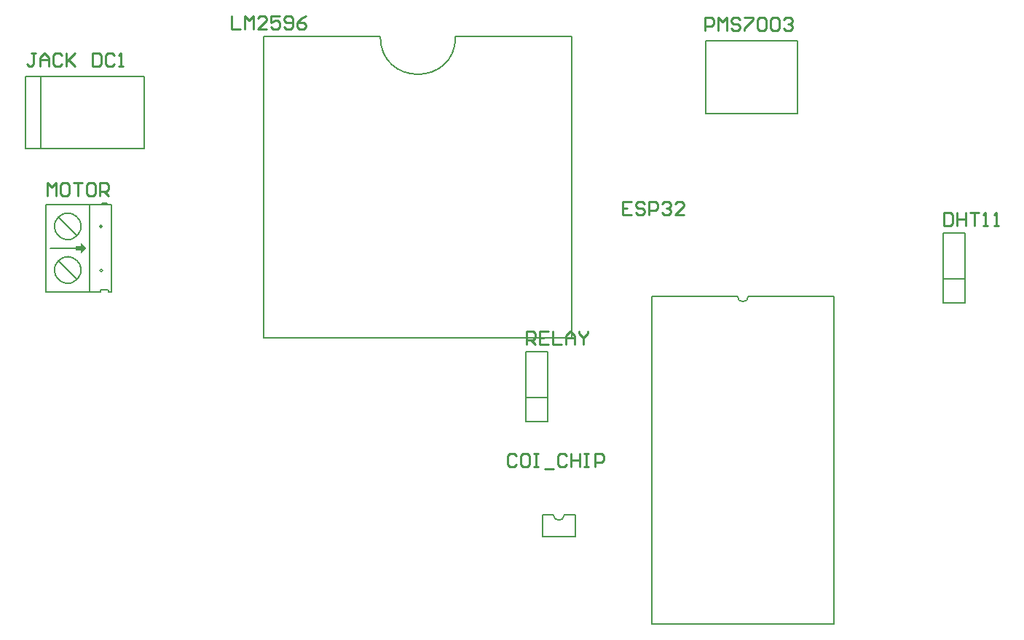
<source format=gto>
G04*
G04 #@! TF.GenerationSoftware,Altium Limited,Altium Designer,21.3.2 (30)*
G04*
G04 Layer_Color=65535*
%FSTAX24Y24*%
%MOIN*%
G70*
G04*
G04 #@! TF.SameCoordinates,3835C71C-0E0A-43B1-8D6D-11D42CA83844*
G04*
G04*
G04 #@! TF.FilePolarity,Positive*
G04*
G01*
G75*
%ADD10C,0.0079*%
%ADD11C,0.0070*%
%ADD12C,0.0100*%
G36*
X01445Y04025D02*
X0142Y0405D01*
Y04035D01*
X01395D01*
Y04015D01*
X0142D01*
Y04D01*
X01445Y04025D01*
D02*
G37*
D10*
X027904Y049935D02*
G03*
X031348Y049935I001722J0D01*
G01*
X04425Y03805D02*
G03*
X04475Y03805I00025J0D01*
G01*
X035829Y028042D02*
G03*
X036321Y028042I000246J0D01*
G01*
X022573Y049935D02*
X027904D01*
X031348D02*
X036679D01*
Y036155D02*
Y049935D01*
X022573Y036155D02*
X036679D01*
X022573D02*
Y049935D01*
X040321Y02305D02*
Y03805D01*
Y02305D02*
X048679D01*
Y03805D01*
X04475D02*
X048679D01*
X040321D02*
X04425D01*
X035321Y027058D02*
Y028042D01*
Y027058D02*
X036829D01*
Y028042D01*
X036321D02*
X036829D01*
X035321D02*
X035829D01*
X03455Y0334D02*
X03555D01*
X03455Y032302D02*
X03555D01*
X03455D02*
Y035498D01*
X03555D01*
Y032302D02*
Y035498D01*
X042802Y0464D02*
Y04975D01*
X047D01*
Y0464D02*
Y04975D01*
X042802Y0464D02*
X047D01*
X05465Y037752D02*
Y040948D01*
X05365D02*
X05465D01*
X05365Y037752D02*
Y040948D01*
Y037752D02*
X05465D01*
X05365Y03885D02*
X05465D01*
D11*
X014054Y038852D02*
G03*
X014Y038798I-000454J000398D01*
G01*
X015184Y04125D02*
G03*
X015184Y04125I-000064J0D01*
G01*
X015194Y03923D02*
G03*
X015194Y03923I-000064J0D01*
G01*
X014061Y04086D02*
G03*
X014Y040798I-000461J00039D01*
G01*
X01165Y0448D02*
Y0481D01*
X0171Y0448D02*
Y0481D01*
X01165D02*
X0171D01*
X01165Y0448D02*
X0171D01*
X01235D02*
Y0481D01*
X01545Y03825D02*
X0156D01*
X01545D02*
Y03835D01*
X0156Y03825D02*
Y04225D01*
X01281Y03825D02*
X014D01*
X0126D02*
Y04225D01*
X01318Y03967D02*
X014025Y038825D01*
X01281Y04023D02*
X01432D01*
X01515Y04231D02*
X0154D01*
X0141Y04225D02*
X0156D01*
X01511Y03835D02*
X01542D01*
X01511Y03825D02*
Y03835D01*
X0126Y03825D02*
X01511D01*
X0126Y04225D02*
X0141D01*
X0146Y03825D02*
Y04225D01*
X01318Y04167D02*
X01403Y04082D01*
D12*
X03414Y03074D02*
X03404Y03084D01*
X03384D01*
X03374Y03074D01*
Y03034D01*
X03384Y03024D01*
X03404D01*
X03414Y03034D01*
X03464Y03084D02*
X03444D01*
X03434Y03074D01*
Y03034D01*
X03444Y03024D01*
X03464D01*
X03474Y03034D01*
Y03074D01*
X03464Y03084D01*
X03494D02*
X03514D01*
X03504D01*
Y03024D01*
X03494D01*
X03514D01*
X035439Y03014D02*
X035839D01*
X036439Y03074D02*
X036339Y03084D01*
X036139D01*
X036039Y03074D01*
Y03034D01*
X036139Y03024D01*
X036339D01*
X036439Y03034D01*
X036639Y03084D02*
Y03024D01*
Y03054D01*
X037039D01*
Y03084D01*
Y03024D01*
X037239Y03084D02*
X037439D01*
X037339D01*
Y03024D01*
X037239D01*
X037439D01*
X037739D02*
Y03084D01*
X038039D01*
X038139Y03074D01*
Y03054D01*
X038039Y03044D01*
X037739D01*
X03461Y03584D02*
Y03644D01*
X03491D01*
X03501Y03634D01*
Y03614D01*
X03491Y03604D01*
X03461D01*
X03481D02*
X03501Y03584D01*
X03561Y03644D02*
X03521D01*
Y03584D01*
X03561D01*
X03521Y03614D02*
X03541D01*
X03581Y03644D02*
Y03584D01*
X036209D01*
X036409D02*
Y03624D01*
X036609Y03644D01*
X036809Y03624D01*
Y03584D01*
Y03614D01*
X036409D01*
X037009Y03644D02*
Y03634D01*
X037209Y03614D01*
X037409Y03634D01*
Y03644D01*
X037209Y03614D02*
Y03584D01*
X04278Y05022D02*
Y05082D01*
X04308D01*
X04318Y05072D01*
Y05052D01*
X04308Y05042D01*
X04278D01*
X04338Y05022D02*
Y05082D01*
X04358Y05062D01*
X04378Y05082D01*
Y05022D01*
X044379Y05072D02*
X04428Y05082D01*
X04408D01*
X04398Y05072D01*
Y05062D01*
X04408Y05052D01*
X04428D01*
X044379Y05042D01*
Y05032D01*
X04428Y05022D01*
X04408D01*
X04398Y05032D01*
X044579Y05082D02*
X044979D01*
Y05072D01*
X044579Y05032D01*
Y05022D01*
X045179Y05072D02*
X045279Y05082D01*
X045479D01*
X045579Y05072D01*
Y05032D01*
X045479Y05022D01*
X045279D01*
X045179Y05032D01*
Y05072D01*
X045779D02*
X045879Y05082D01*
X046079D01*
X046179Y05072D01*
Y05032D01*
X046079Y05022D01*
X045879D01*
X045779Y05032D01*
Y05072D01*
X046379D02*
X046479Y05082D01*
X046679D01*
X046779Y05072D01*
Y05062D01*
X046679Y05052D01*
X046579D01*
X046679D01*
X046779Y05042D01*
Y05032D01*
X046679Y05022D01*
X046479D01*
X046379Y05032D01*
X01266Y04264D02*
Y04324D01*
X01286Y04304D01*
X01306Y04324D01*
Y04264D01*
X01356Y04324D02*
X01336D01*
X01326Y04314D01*
Y04274D01*
X01336Y04264D01*
X01356D01*
X01366Y04274D01*
Y04314D01*
X01356Y04324D01*
X01386D02*
X014259D01*
X01406D01*
Y04264D01*
X014759Y04324D02*
X014559D01*
X014459Y04314D01*
Y04274D01*
X014559Y04264D01*
X014759D01*
X014859Y04274D01*
Y04314D01*
X014759Y04324D01*
X015059Y04264D02*
Y04324D01*
X015359D01*
X015459Y04314D01*
Y04294D01*
X015359Y04284D01*
X015059D01*
X015259D02*
X015459Y04264D01*
X01212Y04919D02*
X01192D01*
X01202D01*
Y04869D01*
X01192Y04859D01*
X01182D01*
X01172Y04869D01*
X01232Y04859D02*
Y04899D01*
X01252Y04919D01*
X01272Y04899D01*
Y04859D01*
Y04889D01*
X01232D01*
X013319Y04909D02*
X01322Y04919D01*
X01302D01*
X01292Y04909D01*
Y04869D01*
X01302Y04859D01*
X01322D01*
X013319Y04869D01*
X013519Y04919D02*
Y04859D01*
Y04879D01*
X013919Y04919D01*
X013619Y04889D01*
X013919Y04859D01*
X014719Y04919D02*
Y04859D01*
X015019D01*
X015119Y04869D01*
Y04909D01*
X015019Y04919D01*
X014719D01*
X015719Y04909D02*
X015619Y04919D01*
X015419D01*
X015319Y04909D01*
Y04869D01*
X015419Y04859D01*
X015619D01*
X015719Y04869D01*
X015919Y04859D02*
X016119D01*
X016019D01*
Y04919D01*
X015919Y04909D01*
X05371Y04189D02*
Y04129D01*
X05401D01*
X05411Y04139D01*
Y04179D01*
X05401Y04189D01*
X05371D01*
X05431D02*
Y04129D01*
Y04159D01*
X05471D01*
Y04189D01*
Y04129D01*
X05491Y04189D02*
X055309D01*
X05511D01*
Y04129D01*
X055509D02*
X055709D01*
X055609D01*
Y04189D01*
X055509Y04179D01*
X056009Y04129D02*
X056209D01*
X056109D01*
Y04189D01*
X056009Y04179D01*
X0211Y05087D02*
Y05027D01*
X0215D01*
X0217D02*
Y05087D01*
X0219Y05067D01*
X0221Y05087D01*
Y05027D01*
X022699D02*
X0223D01*
X022699Y05067D01*
Y05077D01*
X0226Y05087D01*
X0224D01*
X0223Y05077D01*
X023299Y05087D02*
X022899D01*
Y05057D01*
X023099Y05067D01*
X023199D01*
X023299Y05057D01*
Y05037D01*
X023199Y05027D01*
X022999D01*
X022899Y05037D01*
X023499D02*
X023599Y05027D01*
X023799D01*
X023899Y05037D01*
Y05077D01*
X023799Y05087D01*
X023599D01*
X023499Y05077D01*
Y05067D01*
X023599Y05057D01*
X023899D01*
X024499Y05087D02*
X024299Y05077D01*
X024099Y05057D01*
Y05037D01*
X024199Y05027D01*
X024399D01*
X024499Y05037D01*
Y05047D01*
X024399Y05057D01*
X024099D01*
X0394Y04238D02*
X039D01*
Y04178D01*
X0394D01*
X039Y04208D02*
X0392D01*
X04Y04228D02*
X0399Y04238D01*
X0397D01*
X0396Y04228D01*
Y04218D01*
X0397Y04208D01*
X0399D01*
X04Y04198D01*
Y04188D01*
X0399Y04178D01*
X0397D01*
X0396Y04188D01*
X0402Y04178D02*
Y04238D01*
X0405D01*
X040599Y04228D01*
Y04208D01*
X0405Y04198D01*
X0402D01*
X040799Y04228D02*
X040899Y04238D01*
X041099D01*
X041199Y04228D01*
Y04218D01*
X041099Y04208D01*
X040999D01*
X041099D01*
X041199Y04198D01*
Y04188D01*
X041099Y04178D01*
X040899D01*
X040799Y04188D01*
X041799Y04178D02*
X041399D01*
X041799Y04218D01*
Y04228D01*
X041699Y04238D01*
X041499D01*
X041399Y04228D01*
M02*

</source>
